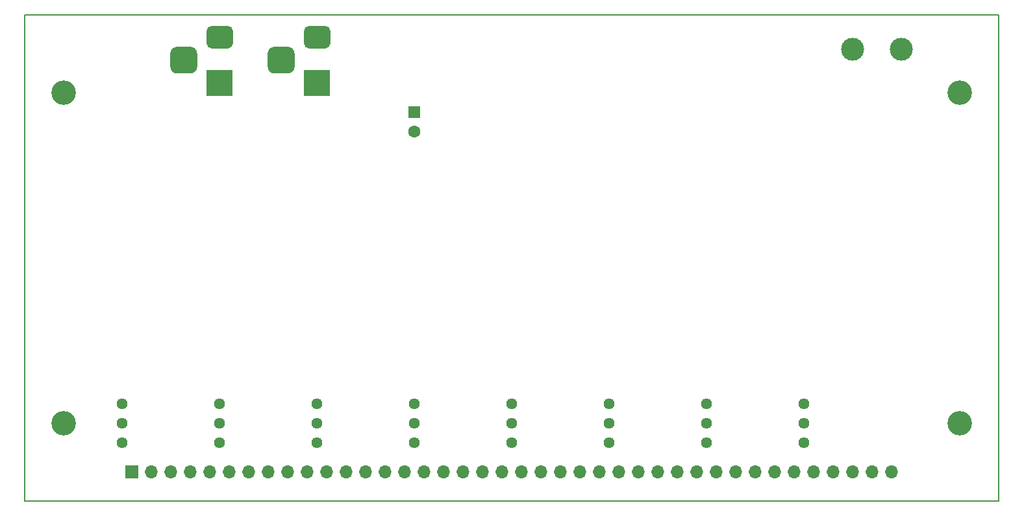
<source format=gbr>
G04 #@! TF.GenerationSoftware,KiCad,Pcbnew,5.99.0+really5.1.10+dfsg1-1+b1*
G04 #@! TF.CreationDate,2021-10-18T10:29:45-05:00*
G04 #@! TF.ProjectId,potentiosynth,706f7465-6e74-4696-9f73-796e74682e6b,C*
G04 #@! TF.SameCoordinates,Original*
G04 #@! TF.FileFunction,Soldermask,Bot*
G04 #@! TF.FilePolarity,Negative*
%FSLAX46Y46*%
G04 Gerber Fmt 4.6, Leading zero omitted, Abs format (unit mm)*
G04 Created by KiCad (PCBNEW 5.99.0+really5.1.10+dfsg1-1+b1) date 2021-10-18 10:29:45*
%MOMM*%
%LPD*%
G01*
G04 APERTURE LIST*
G04 #@! TA.AperFunction,Profile*
%ADD10C,0.150000*%
G04 #@! TD*
%ADD11C,1.440000*%
%ADD12R,3.500000X3.500000*%
%ADD13C,3.200000*%
%ADD14O,1.700000X1.700000*%
%ADD15R,1.700000X1.700000*%
%ADD16C,3.000000*%
%ADD17C,1.600000*%
%ADD18R,1.600000X1.600000*%
G04 APERTURE END LIST*
D10*
X50800000Y-127000000D02*
X177800000Y-127000000D01*
X50800000Y-63500000D02*
X177800000Y-63500000D01*
X50800000Y-127000000D02*
X50800000Y-63500000D01*
X177800000Y-127000000D02*
X177800000Y-63500000D01*
D11*
X76200000Y-119380000D03*
X76200000Y-116840000D03*
X76200000Y-114300000D03*
X114300000Y-119380000D03*
X114300000Y-116840000D03*
X114300000Y-114300000D03*
X63500000Y-119380000D03*
X63500000Y-116840000D03*
X63500000Y-114300000D03*
X127000000Y-119380000D03*
X127000000Y-116840000D03*
X127000000Y-114300000D03*
X88900000Y-119380000D03*
X88900000Y-116840000D03*
X88900000Y-114300000D03*
X101600000Y-119380000D03*
X101600000Y-116840000D03*
X101600000Y-114300000D03*
X152400000Y-119380000D03*
X152400000Y-116840000D03*
X152400000Y-114300000D03*
X139700000Y-119380000D03*
X139700000Y-116840000D03*
X139700000Y-114300000D03*
G36*
G01*
X83325000Y-67640000D02*
X85075000Y-67640000D01*
G75*
G02*
X85950000Y-68515000I0J-875000D01*
G01*
X85950000Y-70265000D01*
G75*
G02*
X85075000Y-71140000I-875000J0D01*
G01*
X83325000Y-71140000D01*
G75*
G02*
X82450000Y-70265000I0J875000D01*
G01*
X82450000Y-68515000D01*
G75*
G02*
X83325000Y-67640000I875000J0D01*
G01*
G37*
G36*
G01*
X87900000Y-64890000D02*
X89900000Y-64890000D01*
G75*
G02*
X90650000Y-65640000I0J-750000D01*
G01*
X90650000Y-67140000D01*
G75*
G02*
X89900000Y-67890000I-750000J0D01*
G01*
X87900000Y-67890000D01*
G75*
G02*
X87150000Y-67140000I0J750000D01*
G01*
X87150000Y-65640000D01*
G75*
G02*
X87900000Y-64890000I750000J0D01*
G01*
G37*
D12*
X88900000Y-72390000D03*
G36*
G01*
X70625000Y-67640000D02*
X72375000Y-67640000D01*
G75*
G02*
X73250000Y-68515000I0J-875000D01*
G01*
X73250000Y-70265000D01*
G75*
G02*
X72375000Y-71140000I-875000J0D01*
G01*
X70625000Y-71140000D01*
G75*
G02*
X69750000Y-70265000I0J875000D01*
G01*
X69750000Y-68515000D01*
G75*
G02*
X70625000Y-67640000I875000J0D01*
G01*
G37*
G36*
G01*
X75200000Y-64890000D02*
X77200000Y-64890000D01*
G75*
G02*
X77950000Y-65640000I0J-750000D01*
G01*
X77950000Y-67140000D01*
G75*
G02*
X77200000Y-67890000I-750000J0D01*
G01*
X75200000Y-67890000D01*
G75*
G02*
X74450000Y-67140000I0J750000D01*
G01*
X74450000Y-65640000D01*
G75*
G02*
X75200000Y-64890000I750000J0D01*
G01*
G37*
X76200000Y-72390000D03*
D13*
X55880000Y-116840000D03*
X55880000Y-73660000D03*
X172720000Y-73660000D03*
X172720000Y-116840000D03*
D14*
X163830000Y-123190000D03*
X161290000Y-123190000D03*
X158750000Y-123190000D03*
X156210000Y-123190000D03*
X153670000Y-123190000D03*
X151130000Y-123190000D03*
X148590000Y-123190000D03*
X146050000Y-123190000D03*
X143510000Y-123190000D03*
X140970000Y-123190000D03*
X138430000Y-123190000D03*
X135890000Y-123190000D03*
X133350000Y-123190000D03*
X130810000Y-123190000D03*
X128270000Y-123190000D03*
X125730000Y-123190000D03*
X123190000Y-123190000D03*
X120650000Y-123190000D03*
X118110000Y-123190000D03*
X115570000Y-123190000D03*
X113030000Y-123190000D03*
X110490000Y-123190000D03*
X107950000Y-123190000D03*
X105410000Y-123190000D03*
X102870000Y-123190000D03*
X100330000Y-123190000D03*
X97790000Y-123190000D03*
X95250000Y-123190000D03*
X92710000Y-123190000D03*
X90170000Y-123190000D03*
X87630000Y-123190000D03*
X85090000Y-123190000D03*
X82550000Y-123190000D03*
X80010000Y-123190000D03*
X77470000Y-123190000D03*
X74930000Y-123190000D03*
X72390000Y-123190000D03*
X69850000Y-123190000D03*
X67310000Y-123190000D03*
D15*
X64770000Y-123190000D03*
D16*
X165100000Y-67945000D03*
X158750000Y-67945000D03*
D17*
X101600000Y-78700000D03*
D18*
X101600000Y-76200000D03*
M02*

</source>
